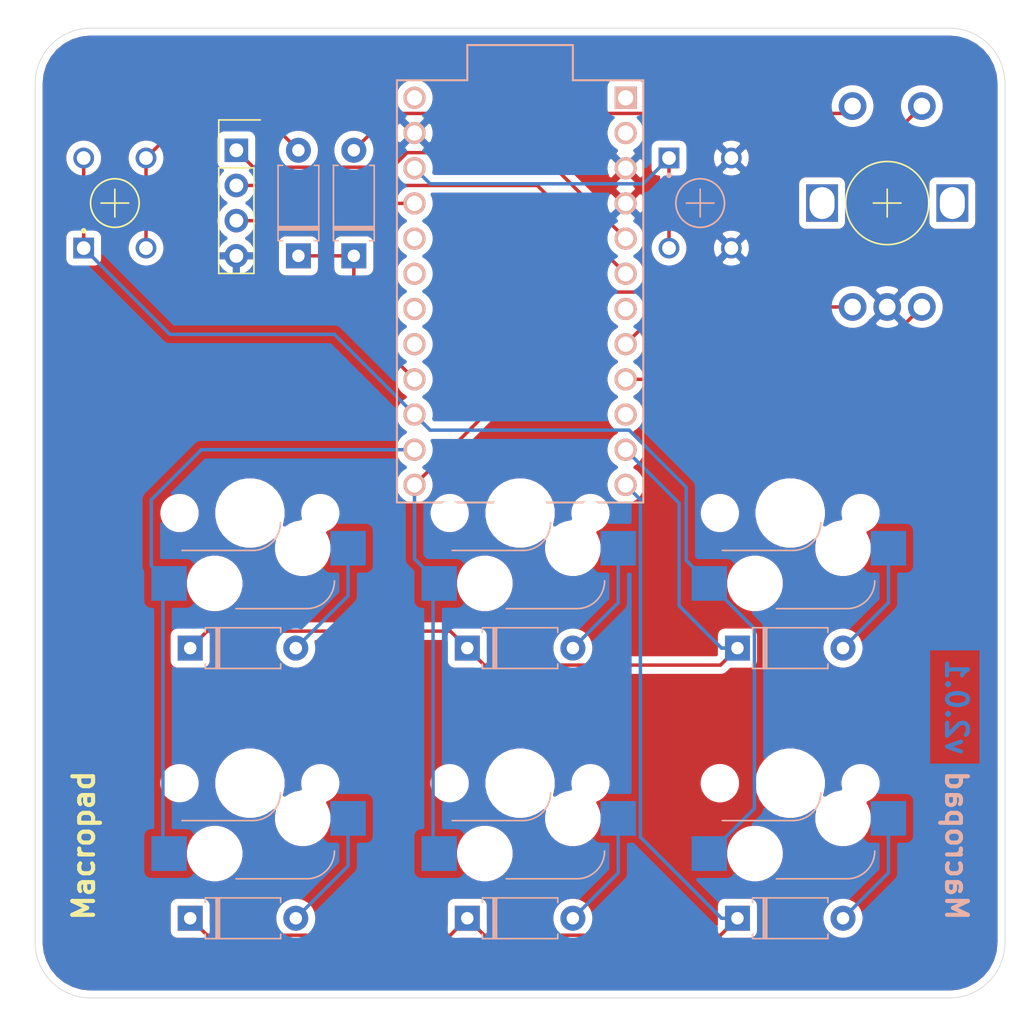
<source format=kicad_pcb>
(kicad_pcb (version 20171130) (host pcbnew 5.1.9-73d0e3b20d~88~ubuntu20.10.1)
  (layers (0 F.Cu signal) (31 B.Cu signal) (34 B.Paste user hide) (35 F.Paste user hide) (36 B.SilkS user) (37 F.SilkS user) (38 B.Mask user) (39 F.Mask user) (44 Edge.Cuts user))
  (net 0 "")
  (net 1 "Net-(D1-Pad2)")
  (net 2 Row_0)
  (net 3 "Net-(D2-Pad2)")
  (net 4 "Net-(D3-Pad2)")
  (net 5 Row_1)
  (net 6 "Net-(D4-Pad2)")
  (net 7 "Net-(D5-Pad2)")
  (net 8 "Net-(D6-Pad2)")
  (net 9 Row_Extra)
  (net 10 Encoder_S1)
  (net 11 "Net-(D8-Pad2)")
  (net 12 GND)
  (net 13 VCC)
  (net 14 "Net-(J1-Pad2)")
  (net 15 "Net-(J1-Pad1)")
  (net 16 Col_0)
  (net 17 Col_1)
  (net 18 Col_2)
  (net 19 "Net-(U1-Pad1)")
  (net 20 "Net-(U1-Pad2)")
  (net 21 "Net-(U1-Pad17)")
  (net 22 "Net-(U1-Pad18)")
  (net 23 "Net-(U1-Pad19)")
  (net 24 "Net-(U1-Pad20)")
  (net 25 "Net-(SW9-Pad1)")
  (net 26 "Net-(U1-Pad24)")
  (net 27 Encoder_A)
  (net 28 Encoder_B)
  (net 29 "Net-(U1-Pad7)")
  (net 30 "Net-(U1-Pad10)")
  (module promicro:ProMicro (layer B.Cu) (at 35 19 270)
    (fp_text reference U1 hide)
    (fp_text value ProMicro)
    (fp_line (start 15.24 8.89) (end 15.24 -8.89) (layer B.SilkS) (width 0.15))
    (fp_line (start -15.24 8.89) (end 15.24 8.89) (layer B.SilkS) (width 0.15))
    (fp_line (start -15.24 3.81) (end -15.24 8.89) (layer B.SilkS) (width 0.15))
    (fp_line (start -17.78 3.81) (end -15.24 3.81) (layer B.SilkS) (width 0.15))
    (fp_line (start -17.78 -3.81) (end -17.78 3.81) (layer B.SilkS) (width 0.15))
    (fp_line (start -15.24 -3.81) (end -17.78 -3.81) (layer B.SilkS) (width 0.15))
    (fp_line (start -15.24 -8.89) (end -15.24 -3.81) (layer B.SilkS) (width 0.15))
    (fp_line (start -15.24 -8.89) (end 15.24 -8.89) (layer B.SilkS) (width 0.15))
    (pad 1 thru_hole rect (at -13.97 -7.62 270) (size 1.6 1.6) (drill 1.1) (layers *.Cu *.Mask B.SilkS) (net 19 "Net-(U1-Pad1)"))
    (pad 2 thru_hole circle (at -11.43 -7.62 270) (size 1.6 1.6) (drill 1.1) (layers *.Cu *.Mask B.SilkS) (net 20 "Net-(U1-Pad2)"))
    (pad 3 thru_hole circle (at -8.89 -7.62 270) (size 1.6 1.6) (drill 1.1) (layers *.Cu *.Mask B.SilkS) (net 12 GND))
    (pad 4 thru_hole circle (at -6.35 -7.62 270) (size 1.6 1.6) (drill 1.1) (layers *.Cu *.Mask B.SilkS) (net 12 GND))
    (pad 5 thru_hole circle (at -3.81 -7.62 270) (size 1.6 1.6) (drill 1.1) (layers *.Cu *.Mask B.SilkS) (net 15 "Net-(J1-Pad1)"))
    (pad 6 thru_hole circle (at -1.27 -7.62 270) (size 1.6 1.6) (drill 1.1) (layers *.Cu *.Mask B.SilkS) (net 14 "Net-(J1-Pad2)"))
    (pad 7 thru_hole circle (at 1.27 -7.62 270) (size 1.6 1.6) (drill 1.1) (layers *.Cu *.Mask B.SilkS) (net 29 "Net-(U1-Pad7)"))
    (pad 8 thru_hole circle (at 3.81 -7.62 270) (size 1.6 1.6) (drill 1.1) (layers *.Cu *.Mask B.SilkS) (net 27 Encoder_A))
    (pad 9 thru_hole circle (at 6.35 -7.62 270) (size 1.6 1.6) (drill 1.1) (layers *.Cu *.Mask B.SilkS) (net 28 Encoder_B))
    (pad 10 thru_hole circle (at 8.89 -7.62 270) (size 1.6 1.6) (drill 1.1) (layers *.Cu *.Mask B.SilkS) (net 30 "Net-(U1-Pad10)"))
    (pad 11 thru_hole circle (at 11.43 -7.62 270) (size 1.6 1.6) (drill 1.1) (layers *.Cu *.Mask B.SilkS) (net 2 Row_0))
    (pad 12 thru_hole circle (at 13.97 -7.62 270) (size 1.6 1.6) (drill 1.1) (layers *.Cu *.Mask B.SilkS) (net 5 Row_1))
    (pad 13 thru_hole circle (at 13.97 7.62 270) (size 1.6 1.6) (drill 1.1) (layers *.Cu *.Mask B.SilkS) (net 17 Col_1))
    (pad 14 thru_hole circle (at 11.43 7.62 270) (size 1.6 1.6) (drill 1.1) (layers *.Cu *.Mask B.SilkS) (net 16 Col_0))
    (pad 15 thru_hole circle (at 8.89 7.62 270) (size 1.6 1.6) (drill 1.1) (layers *.Cu *.Mask B.SilkS) (net 18 Col_2))
    (pad 16 thru_hole circle (at 6.35 7.62 270) (size 1.6 1.6) (drill 1.1) (layers *.Cu *.Mask B.SilkS) (net 9 Row_Extra))
    (pad 17 thru_hole circle (at 3.81 7.62 270) (size 1.6 1.6) (drill 1.1) (layers *.Cu *.Mask B.SilkS) (net 21 "Net-(U1-Pad17)"))
    (pad 18 thru_hole circle (at 1.27 7.62 270) (size 1.6 1.6) (drill 1.1) (layers *.Cu *.Mask B.SilkS) (net 22 "Net-(U1-Pad18)"))
    (pad 19 thru_hole circle (at -1.27 7.62 270) (size 1.6 1.6) (drill 1.1) (layers *.Cu *.Mask B.SilkS) (net 23 "Net-(U1-Pad19)"))
    (pad 20 thru_hole circle (at -3.81 7.62 270) (size 1.6 1.6) (drill 1.1) (layers *.Cu *.Mask B.SilkS) (net 24 "Net-(U1-Pad20)"))
    (pad 21 thru_hole circle (at -6.35 7.62 270) (size 1.6 1.6) (drill 1.1) (layers *.Cu *.Mask B.SilkS) (net 13 VCC))
    (pad 22 thru_hole circle (at -8.89 7.62 270) (size 1.6 1.6) (drill 1.1) (layers *.Cu *.Mask B.SilkS) (net 25 "Net-(SW9-Pad1)"))
    (pad 23 thru_hole circle (at -11.43 7.62 270) (size 1.6 1.6) (drill 1.1) (layers *.Cu *.Mask B.SilkS) (net 12 GND))
    (pad 24 thru_hole circle (at -13.97 7.62 270) (size 1.6 1.6) (drill 1.1) (layers *.Cu *.Mask B.SilkS) (net 26 "Net-(U1-Pad24)"))
  )
  (module Gauntface:ACZ11BRXE (layer F.Cu) (at 61.5 12.625)
    (fp_text reference SW7 hide)
    (fp_text value Rotary_Encoder_Switch)
    (fp_line (start 1 0) (end -1 0) (layer F.SilkS) (width 0.12))
    (fp_line (start 0 -1) (end 0 1) (layer F.SilkS) (width 0.12))
    (fp_circle (center 0 0) (end 3 0) (layer F.SilkS) (width 0.12))
    (pad MP thru_hole rect (at 4.7 0) (size 2.3 2.7) (drill oval 1.8 2.3) (layers *.Cu *.Mask))
    (pad MP thru_hole rect (at -4.7 0) (size 2.3 2.7) (drill oval 1.8 2.3) (layers *.Cu *.Mask))
    (pad A thru_hole circle (at -2.5 7.5) (size 2 2) (drill 1.2) (layers *.Cu *.Mask) (net 27 Encoder_A))
    (pad C thru_hole circle (at 0 7.5) (size 2 2) (drill 1.2) (layers *.Cu *.Mask) (net 12 GND))
    (pad B thru_hole circle (at 2.5 7.5) (size 2 2) (drill 1.2) (layers *.Cu *.Mask) (net 28 Encoder_B))
    (pad S1 thru_hole circle (at -2.5 -7) (size 2 2) (drill 1.2) (layers *.Cu *.Mask) (net 10 Encoder_S1))
    (pad S2 thru_hole circle (at 2.5 -7) (size 2 2) (drill 1.2) (layers *.Cu *.Mask) (net 17 Col_1))
  )
  (module Button_1825910-6:SW_1825910-6-4 (layer B.Cu) (at 48 12.625 270)
    (fp_text reference SW9 hide)
    (fp_text value Reset_Btn)
    (fp_line (start -1 0) (end 1 0) (layer B.SilkS) (width 0.12))
    (fp_line (start 0 1) (end 0 -1) (layer B.SilkS) (width 0.12))
    (fp_circle (center 0 0) (end 1.755 0) (layer B.SilkS) (width 0.127))
    (fp_circle (center -2 2.25) (end -1.9 2.25) (layer B.SilkS) (width 0.2))
    (pad 2 thru_hole circle (at 3.25 2.25 270) (size 1.498 1.498) (drill 0.99) (layers *.Cu *.Mask) (net 25 "Net-(SW9-Pad1)"))
    (pad 4 thru_hole circle (at 3.25 -2.25 270) (size 1.498 1.498) (drill 0.99) (layers *.Cu *.Mask) (net 12 GND))
    (pad 1 thru_hole rect (at -3.25 2.25 270) (size 1.498 1.498) (drill 0.99) (layers *.Cu *.Mask) (net 25 "Net-(SW9-Pad1)"))
    (pad 3 thru_hole circle (at -3.25 -2.25 270) (size 1.498 1.498) (drill 0.99) (layers *.Cu *.Mask) (net 12 GND))
  )
  (module Button_1825910-6:SW_1825910-6-4 (layer F.Cu) (at 5.75 12.625 90)
    (fp_text reference SW8 hide)
    (fp_text value Layer_Btn)
    (fp_line (start -1 0) (end 1 0) (layer F.SilkS) (width 0.12))
    (fp_line (start 0 -1) (end 0 1) (layer F.SilkS) (width 0.12))
    (fp_circle (center 0 0) (end 1.755 0) (layer F.SilkS) (width 0.127))
    (fp_circle (center -2 -2.25) (end -1.9 -2.25) (layer F.SilkS) (width 0.2))
    (pad 2 thru_hole circle (at 3.25 -2.25 90) (size 1.498 1.498) (drill 0.99) (layers *.Cu *.Mask) (net 18 Col_2))
    (pad 4 thru_hole circle (at 3.25 2.25 90) (size 1.498 1.498) (drill 0.99) (layers *.Cu *.Mask) (net 11 "Net-(D8-Pad2)"))
    (pad 1 thru_hole rect (at -3.25 -2.25 90) (size 1.498 1.498) (drill 0.99) (layers *.Cu *.Mask) (net 18 Col_2))
    (pad 3 thru_hole circle (at -3.25 2.25 90) (size 1.498 1.498) (drill 0.99) (layers *.Cu *.Mask) (net 11 "Net-(D8-Pad2)"))
  )
  (module Diode_THT:D_A-405_P7.62mm_Horizontal (layer B.Cu) (at 11.19 44.75)
    (fp_text reference D1 hide)
    (fp_text value D)
    (fp_line (start 1.09 1.14) (end 1.09 1.47) (layer B.SilkS) (width 0.12))
    (fp_line (start 1.09 1.47) (end 6.53 1.47) (layer B.SilkS) (width 0.12))
    (fp_line (start 6.53 1.47) (end 6.53 1.14) (layer B.SilkS) (width 0.12))
    (fp_line (start 1.09 -1.14) (end 1.09 -1.47) (layer B.SilkS) (width 0.12))
    (fp_line (start 1.09 -1.47) (end 6.53 -1.47) (layer B.SilkS) (width 0.12))
    (fp_line (start 6.53 -1.47) (end 6.53 -1.14) (layer B.SilkS) (width 0.12))
    (fp_line (start 1.99 1.47) (end 1.99 -1.47) (layer B.SilkS) (width 0.12))
    (fp_line (start 2.11 1.47) (end 2.11 -1.47) (layer B.SilkS) (width 0.12))
    (fp_line (start 1.87 1.47) (end 1.87 -1.47) (layer B.SilkS) (width 0.12))
    (pad 2 thru_hole oval (at 7.62 0) (size 1.8 1.8) (drill 0.9) (layers *.Cu *.Mask) (net 1 "Net-(D1-Pad2)"))
    (pad 1 thru_hole rect (at 0 0) (size 1.8 1.8) (drill 0.9) (layers *.Cu *.Mask) (net 2 Row_0))
  )
  (module Diode_THT:D_A-405_P7.62mm_Horizontal (layer B.Cu) (at 31.19 44.75)
    (fp_text reference D2 hide)
    (fp_text value D)
    (fp_line (start 1.87 1.47) (end 1.87 -1.47) (layer B.SilkS) (width 0.12))
    (fp_line (start 2.11 1.47) (end 2.11 -1.47) (layer B.SilkS) (width 0.12))
    (fp_line (start 1.99 1.47) (end 1.99 -1.47) (layer B.SilkS) (width 0.12))
    (fp_line (start 6.53 -1.47) (end 6.53 -1.14) (layer B.SilkS) (width 0.12))
    (fp_line (start 1.09 -1.47) (end 6.53 -1.47) (layer B.SilkS) (width 0.12))
    (fp_line (start 1.09 -1.14) (end 1.09 -1.47) (layer B.SilkS) (width 0.12))
    (fp_line (start 6.53 1.47) (end 6.53 1.14) (layer B.SilkS) (width 0.12))
    (fp_line (start 1.09 1.47) (end 6.53 1.47) (layer B.SilkS) (width 0.12))
    (fp_line (start 1.09 1.14) (end 1.09 1.47) (layer B.SilkS) (width 0.12))
    (pad 1 thru_hole rect (at 0 0) (size 1.8 1.8) (drill 0.9) (layers *.Cu *.Mask) (net 2 Row_0))
    (pad 2 thru_hole oval (at 7.62 0) (size 1.8 1.8) (drill 0.9) (layers *.Cu *.Mask) (net 3 "Net-(D2-Pad2)"))
  )
  (module Diode_THT:D_A-405_P7.62mm_Horizontal (layer B.Cu) (at 50.69 44.75)
    (fp_text reference D3 hide)
    (fp_text value D)
    (fp_line (start 1.09 1.14) (end 1.09 1.47) (layer B.SilkS) (width 0.12))
    (fp_line (start 1.09 1.47) (end 6.53 1.47) (layer B.SilkS) (width 0.12))
    (fp_line (start 6.53 1.47) (end 6.53 1.14) (layer B.SilkS) (width 0.12))
    (fp_line (start 1.09 -1.14) (end 1.09 -1.47) (layer B.SilkS) (width 0.12))
    (fp_line (start 1.09 -1.47) (end 6.53 -1.47) (layer B.SilkS) (width 0.12))
    (fp_line (start 6.53 -1.47) (end 6.53 -1.14) (layer B.SilkS) (width 0.12))
    (fp_line (start 1.99 1.47) (end 1.99 -1.47) (layer B.SilkS) (width 0.12))
    (fp_line (start 2.11 1.47) (end 2.11 -1.47) (layer B.SilkS) (width 0.12))
    (fp_line (start 1.87 1.47) (end 1.87 -1.47) (layer B.SilkS) (width 0.12))
    (pad 2 thru_hole oval (at 7.62 0) (size 1.8 1.8) (drill 0.9) (layers *.Cu *.Mask) (net 4 "Net-(D3-Pad2)"))
    (pad 1 thru_hole rect (at 0 0) (size 1.8 1.8) (drill 0.9) (layers *.Cu *.Mask) (net 2 Row_0))
  )
  (module Diode_THT:D_A-405_P7.62mm_Horizontal (layer B.Cu) (at 11.19 64.25)
    (fp_text reference D4 hide)
    (fp_text value D)
    (fp_line (start 1.87 1.47) (end 1.87 -1.47) (layer B.SilkS) (width 0.12))
    (fp_line (start 2.11 1.47) (end 2.11 -1.47) (layer B.SilkS) (width 0.12))
    (fp_line (start 1.99 1.47) (end 1.99 -1.47) (layer B.SilkS) (width 0.12))
    (fp_line (start 6.53 -1.47) (end 6.53 -1.14) (layer B.SilkS) (width 0.12))
    (fp_line (start 1.09 -1.47) (end 6.53 -1.47) (layer B.SilkS) (width 0.12))
    (fp_line (start 1.09 -1.14) (end 1.09 -1.47) (layer B.SilkS) (width 0.12))
    (fp_line (start 6.53 1.47) (end 6.53 1.14) (layer B.SilkS) (width 0.12))
    (fp_line (start 1.09 1.47) (end 6.53 1.47) (layer B.SilkS) (width 0.12))
    (fp_line (start 1.09 1.14) (end 1.09 1.47) (layer B.SilkS) (width 0.12))
    (pad 1 thru_hole rect (at 0 0) (size 1.8 1.8) (drill 0.9) (layers *.Cu *.Mask) (net 5 Row_1))
    (pad 2 thru_hole oval (at 7.62 0) (size 1.8 1.8) (drill 0.9) (layers *.Cu *.Mask) (net 6 "Net-(D4-Pad2)"))
  )
  (module Diode_THT:D_A-405_P7.62mm_Horizontal (layer B.Cu) (at 31.19 64.25)
    (fp_text reference D5 hide)
    (fp_text value D)
    (fp_line (start 1.87 1.47) (end 1.87 -1.47) (layer B.SilkS) (width 0.12))
    (fp_line (start 2.11 1.47) (end 2.11 -1.47) (layer B.SilkS) (width 0.12))
    (fp_line (start 1.99 1.47) (end 1.99 -1.47) (layer B.SilkS) (width 0.12))
    (fp_line (start 6.53 -1.47) (end 6.53 -1.14) (layer B.SilkS) (width 0.12))
    (fp_line (start 1.09 -1.47) (end 6.53 -1.47) (layer B.SilkS) (width 0.12))
    (fp_line (start 1.09 -1.14) (end 1.09 -1.47) (layer B.SilkS) (width 0.12))
    (fp_line (start 6.53 1.47) (end 6.53 1.14) (layer B.SilkS) (width 0.12))
    (fp_line (start 1.09 1.47) (end 6.53 1.47) (layer B.SilkS) (width 0.12))
    (fp_line (start 1.09 1.14) (end 1.09 1.47) (layer B.SilkS) (width 0.12))
    (pad 1 thru_hole rect (at 0 0) (size 1.8 1.8) (drill 0.9) (layers *.Cu *.Mask) (net 5 Row_1))
    (pad 2 thru_hole oval (at 7.62 0) (size 1.8 1.8) (drill 0.9) (layers *.Cu *.Mask) (net 7 "Net-(D5-Pad2)"))
  )
  (module Diode_THT:D_A-405_P7.62mm_Horizontal (layer B.Cu) (at 50.69 64.25)
    (fp_text reference D6 hide)
    (fp_text value D)
    (fp_line (start 1.09 1.14) (end 1.09 1.47) (layer B.SilkS) (width 0.12))
    (fp_line (start 1.09 1.47) (end 6.53 1.47) (layer B.SilkS) (width 0.12))
    (fp_line (start 6.53 1.47) (end 6.53 1.14) (layer B.SilkS) (width 0.12))
    (fp_line (start 1.09 -1.14) (end 1.09 -1.47) (layer B.SilkS) (width 0.12))
    (fp_line (start 1.09 -1.47) (end 6.53 -1.47) (layer B.SilkS) (width 0.12))
    (fp_line (start 6.53 -1.47) (end 6.53 -1.14) (layer B.SilkS) (width 0.12))
    (fp_line (start 1.99 1.47) (end 1.99 -1.47) (layer B.SilkS) (width 0.12))
    (fp_line (start 2.11 1.47) (end 2.11 -1.47) (layer B.SilkS) (width 0.12))
    (fp_line (start 1.87 1.47) (end 1.87 -1.47) (layer B.SilkS) (width 0.12))
    (pad 2 thru_hole oval (at 7.62 0) (size 1.8 1.8) (drill 0.9) (layers *.Cu *.Mask) (net 8 "Net-(D6-Pad2)"))
    (pad 1 thru_hole rect (at 0 0) (size 1.8 1.8) (drill 0.9) (layers *.Cu *.Mask) (net 5 Row_1))
  )
  (module Diode_THT:D_A-405_P7.62mm_Horizontal (layer B.Cu) (at 23 16.435 90)
    (fp_text reference D7 hide)
    (fp_text value D)
    (fp_line (start 1.87 1.47) (end 1.87 -1.47) (layer B.SilkS) (width 0.12))
    (fp_line (start 2.11 1.47) (end 2.11 -1.47) (layer B.SilkS) (width 0.12))
    (fp_line (start 1.99 1.47) (end 1.99 -1.47) (layer B.SilkS) (width 0.12))
    (fp_line (start 6.53 -1.47) (end 6.53 -1.14) (layer B.SilkS) (width 0.12))
    (fp_line (start 1.09 -1.47) (end 6.53 -1.47) (layer B.SilkS) (width 0.12))
    (fp_line (start 1.09 -1.14) (end 1.09 -1.47) (layer B.SilkS) (width 0.12))
    (fp_line (start 6.53 1.47) (end 6.53 1.14) (layer B.SilkS) (width 0.12))
    (fp_line (start 1.09 1.47) (end 6.53 1.47) (layer B.SilkS) (width 0.12))
    (fp_line (start 1.09 1.14) (end 1.09 1.47) (layer B.SilkS) (width 0.12))
    (pad 1 thru_hole rect (at 0 0 90) (size 1.8 1.8) (drill 0.9) (layers *.Cu *.Mask) (net 9 Row_Extra))
    (pad 2 thru_hole oval (at 7.62 0 90) (size 1.8 1.8) (drill 0.9) (layers *.Cu *.Mask) (net 10 Encoder_S1))
  )
  (module Diode_THT:D_A-405_P7.62mm_Horizontal (layer B.Cu) (at 19 16.435 90)
    (fp_text reference D8 hide)
    (fp_text value D)
    (fp_line (start 1.09 1.14) (end 1.09 1.47) (layer B.SilkS) (width 0.12))
    (fp_line (start 1.09 1.47) (end 6.53 1.47) (layer B.SilkS) (width 0.12))
    (fp_line (start 6.53 1.47) (end 6.53 1.14) (layer B.SilkS) (width 0.12))
    (fp_line (start 1.09 -1.14) (end 1.09 -1.47) (layer B.SilkS) (width 0.12))
    (fp_line (start 1.09 -1.47) (end 6.53 -1.47) (layer B.SilkS) (width 0.12))
    (fp_line (start 6.53 -1.47) (end 6.53 -1.14) (layer B.SilkS) (width 0.12))
    (fp_line (start 1.99 1.47) (end 1.99 -1.47) (layer B.SilkS) (width 0.12))
    (fp_line (start 2.11 1.47) (end 2.11 -1.47) (layer B.SilkS) (width 0.12))
    (fp_line (start 1.87 1.47) (end 1.87 -1.47) (layer B.SilkS) (width 0.12))
    (pad 2 thru_hole oval (at 7.62 0 90) (size 1.8 1.8) (drill 0.9) (layers *.Cu *.Mask) (net 11 "Net-(D8-Pad2)"))
    (pad 1 thru_hole rect (at 0 0 90) (size 1.8 1.8) (drill 0.9) (layers *.Cu *.Mask) (net 9 Row_Extra))
  )
  (module Gauntface:Screen_38x12mm_JMD0_91_a (layer F.Cu) (at 32.25 12.625)
    (fp_text reference J1 hide)
    (fp_text value Conn_01x04_Male)
    (fp_line (start -19 -2.54) (end -16.46 -2.54) (layer F.SilkS) (width 0.12))
    (fp_line (start -16.46 -2.54) (end -16.46 5.08) (layer F.SilkS) (width 0.12))
    (fp_line (start -19 -2.54) (end -19 5.08) (layer F.SilkS) (width 0.12))
    (fp_line (start -19 5.08) (end -16.46 5.08) (layer F.SilkS) (width 0.12))
    (fp_line (start -19 -6) (end -16 -6) (layer F.SilkS) (width 0.12))
    (fp_line (start -19 -6) (end -19 -3) (layer F.SilkS) (width 0.12))
    (pad 4 thru_hole oval (at -17.73 3.81) (size 1.7 1.7) (drill 1) (layers *.Cu *.Mask) (net 12 GND))
    (pad 3 thru_hole oval (at -17.73 1.27 90) (size 1.7 1.7) (drill 1) (layers *.Cu *.Mask) (net 13 VCC))
    (pad 2 thru_hole oval (at -17.73 -1.27) (size 1.7 1.7) (drill 1) (layers *.Cu *.Mask) (net 14 "Net-(J1-Pad2)"))
    (pad 1 thru_hole rect (at -17.73 -3.81) (size 1.7 1.7) (drill 1) (layers *.Cu *.Mask) (net 15 "Net-(J1-Pad1)"))
  )
  (module Switch_Keyboard_Kailh:SW_Hotswap_Kailh (layer F.Cu) (at 15.5 35 180)
    (fp_text reference SW1 hide)
    (fp_text value Key_1)
    (fp_line (start -0.2 -2.7) (end 4.9 -2.7) (layer B.SilkS) (width 0.12))
    (fp_line (start -4.1 -6.9) (end 1 -6.9) (layer B.SilkS) (width 0.12))
    (fp_arc (start -0.2 -0.7) (end -0.2 -2.7) (angle -90) (layer B.SilkS) (width 0.12))
    (fp_arc (start -4.1 -4.9) (end -4.1 -6.9) (angle -90) (layer B.SilkS) (width 0.12))
    (pad 2 smd rect (at 5.842 -5.08 180) (size 2.55 2.5) (layers B.Cu B.Paste B.Mask) (net 16 Col_0))
    (pad 1 smd rect (at -7.085 -2.54 180) (size 2.55 2.5) (layers B.Cu B.Paste B.Mask) (net 1 "Net-(D1-Pad2)"))
    (pad "" np_thru_hole circle (at 5.08 0 180) (size 1.75 1.75) (drill 1.75) (layers *.Cu *.Mask))
    (pad "" np_thru_hole circle (at -5.08 0 180) (size 1.75 1.75) (drill 1.75) (layers *.Cu *.Mask))
    (pad "" np_thru_hole circle (at 0 0 180) (size 4 4) (drill 4) (layers *.Cu *.Mask))
    (pad "" np_thru_hole circle (at 2.54 -5.08 180) (size 3 3) (drill 3) (layers *.Cu *.Mask))
    (pad "" np_thru_hole circle (at -3.81 -2.54 180) (size 3 3) (drill 3) (layers *.Cu *.Mask))
  )
  (module Switch_Keyboard_Kailh:SW_Hotswap_Kailh (layer F.Cu) (at 35 35 180)
    (fp_text reference SW2 hide)
    (fp_text value Key_2)
    (fp_line (start -4.1 -6.9) (end 1 -6.9) (layer B.SilkS) (width 0.12))
    (fp_line (start -0.2 -2.7) (end 4.9 -2.7) (layer B.SilkS) (width 0.12))
    (fp_arc (start -4.1 -4.9) (end -4.1 -6.9) (angle -90) (layer B.SilkS) (width 0.12))
    (fp_arc (start -0.2 -0.7) (end -0.2 -2.7) (angle -90) (layer B.SilkS) (width 0.12))
    (pad "" np_thru_hole circle (at -3.81 -2.54 180) (size 3 3) (drill 3) (layers *.Cu *.Mask))
    (pad "" np_thru_hole circle (at 2.54 -5.08 180) (size 3 3) (drill 3) (layers *.Cu *.Mask))
    (pad "" np_thru_hole circle (at 0 0 180) (size 4 4) (drill 4) (layers *.Cu *.Mask))
    (pad "" np_thru_hole circle (at -5.08 0 180) (size 1.75 1.75) (drill 1.75) (layers *.Cu *.Mask))
    (pad "" np_thru_hole circle (at 5.08 0 180) (size 1.75 1.75) (drill 1.75) (layers *.Cu *.Mask))
    (pad 1 smd rect (at -7.085 -2.54 180) (size 2.55 2.5) (layers B.Cu B.Paste B.Mask) (net 3 "Net-(D2-Pad2)"))
    (pad 2 smd rect (at 5.842 -5.08 180) (size 2.55 2.5) (layers B.Cu B.Paste B.Mask) (net 17 Col_1))
  )
  (module Switch_Keyboard_Kailh:SW_Hotswap_Kailh (layer F.Cu) (at 54.5 35 180)
    (fp_text reference SW3 hide)
    (fp_text value Key_3)
    (fp_line (start -4.1 -6.9) (end 1 -6.9) (layer B.SilkS) (width 0.12))
    (fp_line (start -0.2 -2.7) (end 4.9 -2.7) (layer B.SilkS) (width 0.12))
    (fp_arc (start -4.1 -4.9) (end -4.1 -6.9) (angle -90) (layer B.SilkS) (width 0.12))
    (fp_arc (start -0.2 -0.7) (end -0.2 -2.7) (angle -90) (layer B.SilkS) (width 0.12))
    (pad "" np_thru_hole circle (at -3.81 -2.54 180) (size 3 3) (drill 3) (layers *.Cu *.Mask))
    (pad "" np_thru_hole circle (at 2.54 -5.08 180) (size 3 3) (drill 3) (layers *.Cu *.Mask))
    (pad "" np_thru_hole circle (at 0 0 180) (size 4 4) (drill 4) (layers *.Cu *.Mask))
    (pad "" np_thru_hole circle (at -5.08 0 180) (size 1.75 1.75) (drill 1.75) (layers *.Cu *.Mask))
    (pad "" np_thru_hole circle (at 5.08 0 180) (size 1.75 1.75) (drill 1.75) (layers *.Cu *.Mask))
    (pad 1 smd rect (at -7.085 -2.54 180) (size 2.55 2.5) (layers B.Cu B.Paste B.Mask) (net 4 "Net-(D3-Pad2)"))
    (pad 2 smd rect (at 5.842 -5.08 180) (size 2.55 2.5) (layers B.Cu B.Paste B.Mask) (net 18 Col_2))
  )
  (module Switch_Keyboard_Kailh:SW_Hotswap_Kailh (layer F.Cu) (at 15.5 54.5 180)
    (fp_text reference SW4 hide)
    (fp_text value Key_4)
    (fp_line (start -0.2 -2.7) (end 4.9 -2.7) (layer B.SilkS) (width 0.12))
    (fp_line (start -4.1 -6.9) (end 1 -6.9) (layer B.SilkS) (width 0.12))
    (fp_arc (start -0.2 -0.7) (end -0.2 -2.7) (angle -90) (layer B.SilkS) (width 0.12))
    (fp_arc (start -4.1 -4.9) (end -4.1 -6.9) (angle -90) (layer B.SilkS) (width 0.12))
    (pad 2 smd rect (at 5.842 -5.08 180) (size 2.55 2.5) (layers B.Cu B.Paste B.Mask) (net 16 Col_0))
    (pad 1 smd rect (at -7.085 -2.54 180) (size 2.55 2.5) (layers B.Cu B.Paste B.Mask) (net 6 "Net-(D4-Pad2)"))
    (pad "" np_thru_hole circle (at 5.08 0 180) (size 1.75 1.75) (drill 1.75) (layers *.Cu *.Mask))
    (pad "" np_thru_hole circle (at -5.08 0 180) (size 1.75 1.75) (drill 1.75) (layers *.Cu *.Mask))
    (pad "" np_thru_hole circle (at 0 0 180) (size 4 4) (drill 4) (layers *.Cu *.Mask))
    (pad "" np_thru_hole circle (at 2.54 -5.08 180) (size 3 3) (drill 3) (layers *.Cu *.Mask))
    (pad "" np_thru_hole circle (at -3.81 -2.54 180) (size 3 3) (drill 3) (layers *.Cu *.Mask))
  )
  (module Switch_Keyboard_Kailh:SW_Hotswap_Kailh (layer F.Cu) (at 35 54.5 180)
    (fp_text reference SW5 hide)
    (fp_text value Key_5)
    (fp_line (start -4.1 -6.9) (end 1 -6.9) (layer B.SilkS) (width 0.12))
    (fp_line (start -0.2 -2.7) (end 4.9 -2.7) (layer B.SilkS) (width 0.12))
    (fp_arc (start -4.1 -4.9) (end -4.1 -6.9) (angle -90) (layer B.SilkS) (width 0.12))
    (fp_arc (start -0.2 -0.7) (end -0.2 -2.7) (angle -90) (layer B.SilkS) (width 0.12))
    (pad "" np_thru_hole circle (at -3.81 -2.54 180) (size 3 3) (drill 3) (layers *.Cu *.Mask))
    (pad "" np_thru_hole circle (at 2.54 -5.08 180) (size 3 3) (drill 3) (layers *.Cu *.Mask))
    (pad "" np_thru_hole circle (at 0 0 180) (size 4 4) (drill 4) (layers *.Cu *.Mask))
    (pad "" np_thru_hole circle (at -5.08 0 180) (size 1.75 1.75) (drill 1.75) (layers *.Cu *.Mask))
    (pad "" np_thru_hole circle (at 5.08 0 180) (size 1.75 1.75) (drill 1.75) (layers *.Cu *.Mask))
    (pad 1 smd rect (at -7.085 -2.54 180) (size 2.55 2.5) (layers B.Cu B.Paste B.Mask) (net 7 "Net-(D5-Pad2)"))
    (pad 2 smd rect (at 5.842 -5.08 180) (size 2.55 2.5) (layers B.Cu B.Paste B.Mask) (net 17 Col_1))
  )
  (module Switch_Keyboard_Kailh:SW_Hotswap_Kailh (layer F.Cu) (at 54.5 54.5 180)
    (fp_text reference SW6 hide)
    (fp_text value Key_6)
    (fp_line (start -0.2 -2.7) (end 4.9 -2.7) (layer B.SilkS) (width 0.12))
    (fp_line (start -4.1 -6.9) (end 1 -6.9) (layer B.SilkS) (width 0.12))
    (fp_arc (start -0.2 -0.7) (end -0.2 -2.7) (angle -90) (layer B.SilkS) (width 0.12))
    (fp_arc (start -4.1 -4.9) (end -4.1 -6.9) (angle -90) (layer B.SilkS) (width 0.12))
    (pad 2 smd rect (at 5.842 -5.08 180) (size 2.55 2.5) (layers B.Cu B.Paste B.Mask) (net 18 Col_2))
    (pad 1 smd rect (at -7.085 -2.54 180) (size 2.55 2.5) (layers B.Cu B.Paste B.Mask) (net 8 "Net-(D6-Pad2)"))
    (pad "" np_thru_hole circle (at 5.08 0 180) (size 1.75 1.75) (drill 1.75) (layers *.Cu *.Mask))
    (pad "" np_thru_hole circle (at -5.08 0 180) (size 1.75 1.75) (drill 1.75) (layers *.Cu *.Mask))
    (pad "" np_thru_hole circle (at 0 0 180) (size 4 4) (drill 4) (layers *.Cu *.Mask))
    (pad "" np_thru_hole circle (at 2.54 -5.08 180) (size 3 3) (drill 3) (layers *.Cu *.Mask))
    (pad "" np_thru_hole circle (at -3.81 -2.54 180) (size 3 3) (drill 3) (layers *.Cu *.Mask))
  )
  (gr_text v2.0.1 (at 66.5 49 -90) (layer B.Cu) (effects (font (size 1.5 1.5) (thickness 0.3)) (justify mirror)))
  (gr_text Macropad (at 66.5 59 -90) (layer B.SilkS) (effects (font (size 1.5 1.5) (thickness 0.3)) (justify mirror)))
  (gr_text v2.0.1 (at 3.5 49 90) (layer F.Cu) (effects (font (size 1.5 1.5) (thickness 0.3))))
  (gr_text Macropad (at 3.5 59 90) (layer F.SilkS) (effects (font (size 1.5 1.5) (thickness 0.3))))
  (gr_arc (start 4 66) (end 4 70) (angle 90) (layer Edge.Cuts) (width 0.05))
  (gr_arc (start 66 66) (end 70 66) (angle 90) (layer Edge.Cuts) (width 0.05))
  (gr_arc (start 66 4) (end 66 0) (angle 90) (layer Edge.Cuts) (width 0.05))
  (gr_arc (start 4 4) (end 0 4) (angle 90) (layer Edge.Cuts) (width 0.05))
  (gr_line (start 4 0) (end 66 0) (layer Edge.Cuts) (width 0.05))
  (gr_line (start 70 4) (end 70 66) (layer Edge.Cuts) (width 0.05))
  (gr_line (start 4 70) (end 66 70) (layer Edge.Cuts) (width 0.05))
  (gr_line (start 0 4) (end 0 66) (layer Edge.Cuts) (width 0.05))
  (segment (start 22.585 40.975) (end 18.81 44.75) (width 0.25) (layer B.Cu) (net 1))
  (segment (start 22.585 37.54) (end 22.585 40.975) (width 0.25) (layer B.Cu) (net 1))
  (segment (start 42.62 30.43) (end 46.48 34.29) (width 0.25) (layer B.Cu) (net 2))
  (segment (start 49.54 44.75) (end 50.69 44.75) (width 0.25) (layer B.Cu) (net 2))
  (segment (start 46.48 41.69) (end 49.54 44.75) (width 0.25) (layer B.Cu) (net 2))
  (segment (start 46.48 34.29) (end 46.48 41.69) (width 0.25) (layer B.Cu) (net 2))
  (segment (start 32.415001 45.975001) (end 31.19 44.75) (width 0.25) (layer F.Cu) (net 2))
  (segment (start 49.464999 45.975001) (end 32.415001 45.975001) (width 0.25) (layer F.Cu) (net 2))
  (segment (start 50.69 44.75) (end 49.464999 45.975001) (width 0.25) (layer F.Cu) (net 2))
  (segment (start 29.964999 43.524999) (end 12.415001 43.524999) (width 0.25) (layer F.Cu) (net 2))
  (segment (start 12.415001 43.524999) (end 11.19 44.75) (width 0.25) (layer F.Cu) (net 2))
  (segment (start 31.19 44.75) (end 29.964999 43.524999) (width 0.25) (layer F.Cu) (net 2))
  (segment (start 42.085 41.475) (end 38.81 44.75) (width 0.25) (layer B.Cu) (net 3))
  (segment (start 42.085 37.54) (end 42.085 41.475) (width 0.25) (layer B.Cu) (net 3))
  (segment (start 61.585 41.475) (end 58.31 44.75) (width 0.25) (layer B.Cu) (net 4))
  (segment (start 61.585 37.54) (end 61.585 41.475) (width 0.25) (layer B.Cu) (net 4))
  (segment (start 29.964999 65.475001) (end 31.19 64.25) (width 0.25) (layer F.Cu) (net 5))
  (segment (start 12.415001 65.475001) (end 29.964999 65.475001) (width 0.25) (layer F.Cu) (net 5))
  (segment (start 11.19 64.25) (end 12.415001 65.475001) (width 0.25) (layer F.Cu) (net 5))
  (segment (start 49.464999 65.475001) (end 50.69 64.25) (width 0.25) (layer F.Cu) (net 5))
  (segment (start 32.415001 65.475001) (end 49.464999 65.475001) (width 0.25) (layer F.Cu) (net 5))
  (segment (start 31.19 64.25) (end 32.415001 65.475001) (width 0.25) (layer F.Cu) (net 5))
  (segment (start 43.685001 34.035001) (end 42.62 32.97) (width 0.25) (layer B.Cu) (net 5))
  (segment (start 43.685001 58.395001) (end 43.685001 34.035001) (width 0.25) (layer B.Cu) (net 5))
  (segment (start 49.54 64.25) (end 43.685001 58.395001) (width 0.25) (layer B.Cu) (net 5))
  (segment (start 50.69 64.25) (end 49.54 64.25) (width 0.25) (layer B.Cu) (net 5))
  (segment (start 22.585 60.475) (end 18.81 64.25) (width 0.25) (layer B.Cu) (net 6))
  (segment (start 22.585 57.04) (end 22.585 60.475) (width 0.25) (layer B.Cu) (net 6))
  (segment (start 42.085 60.975) (end 38.81 64.25) (width 0.25) (layer B.Cu) (net 7))
  (segment (start 42.085 57.04) (end 42.085 60.975) (width 0.25) (layer B.Cu) (net 7))
  (segment (start 61.585 60.975) (end 58.31 64.25) (width 0.25) (layer B.Cu) (net 8))
  (segment (start 61.585 57.04) (end 61.585 60.975) (width 0.25) (layer B.Cu) (net 8))
  (segment (start 19 16.435) (end 23 16.435) (width 0.25) (layer F.Cu) (net 9))
  (segment (start 23 20.97) (end 27.38 25.35) (width 0.25) (layer F.Cu) (net 9))
  (segment (start 23 16.435) (end 23 20.97) (width 0.25) (layer F.Cu) (net 9))
  (segment (start 58.469999 6.155001) (end 59 5.625) (width 0.25) (layer F.Cu) (net 10))
  (segment (start 25.659999 6.155001) (end 58.469999 6.155001) (width 0.25) (layer F.Cu) (net 10))
  (segment (start 23 8.815) (end 25.659999 6.155001) (width 0.25) (layer F.Cu) (net 10))
  (segment (start 19 8.815) (end 17.043 6.858) (width 0.25) (layer F.Cu) (net 11))
  (segment (start 10.517 6.858) (end 8 9.375) (width 0.25) (layer F.Cu) (net 11))
  (segment (start 17.043 6.858) (end 10.517 6.858) (width 0.25) (layer F.Cu) (net 11))
  (segment (start 8 9.375) (end 8 15.875) (width 0.25) (layer F.Cu) (net 11))
  (segment (start 14.52 13.895) (end 19.633 13.895) (width 0.25) (layer F.Cu) (net 13))
  (segment (start 20.878 12.65) (end 27.38 12.65) (width 0.25) (layer F.Cu) (net 13))
  (segment (start 19.633 13.895) (end 20.878 12.65) (width 0.25) (layer F.Cu) (net 13))
  (segment (start 36.245 11.355) (end 42.62 17.73) (width 0.25) (layer F.Cu) (net 14))
  (segment (start 14.52 11.355) (end 36.245 11.355) (width 0.25) (layer F.Cu) (net 14))
  (segment (start 36.414999 8.984999) (end 42.62 15.19) (width 0.25) (layer F.Cu) (net 15))
  (segment (start 25.784997 10.040001) (end 26.839999 8.984999) (width 0.25) (layer F.Cu) (net 15))
  (segment (start 15.745001 10.040001) (end 25.784997 10.040001) (width 0.25) (layer F.Cu) (net 15))
  (segment (start 26.839999 8.984999) (end 36.414999 8.984999) (width 0.25) (layer F.Cu) (net 15))
  (segment (start 14.52 8.815) (end 15.745001 10.040001) (width 0.25) (layer F.Cu) (net 15))
  (segment (start 9.658 40.08) (end 9.658 40.126) (width 0.25) (layer B.Cu) (net 16))
  (segment (start 27.38 30.43) (end 11.988 30.43) (width 0.25) (layer B.Cu) (net 16))
  (segment (start 11.988 30.43) (end 8.382 34.036) (width 0.25) (layer B.Cu) (net 16))
  (segment (start 8.382 38.804) (end 9.658 40.08) (width 0.25) (layer B.Cu) (net 16))
  (segment (start 8.382 34.036) (end 8.382 38.804) (width 0.25) (layer B.Cu) (net 16))
  (segment (start 9.219999 59.141999) (end 9.658 59.58) (width 0.25) (layer B.Cu) (net 16))
  (segment (start 9.219999 40.518001) (end 9.219999 59.141999) (width 0.25) (layer B.Cu) (net 16))
  (segment (start 9.658 40.08) (end 9.219999 40.518001) (width 0.25) (layer B.Cu) (net 16))
  (segment (start 27.38 32.97) (end 41.3 19.05) (width 0.25) (layer F.Cu) (net 17))
  (segment (start 41.3 19.05) (end 49.022 19.05) (width 0.25) (layer F.Cu) (net 17))
  (segment (start 49.022 19.05) (end 53.594 14.478) (width 0.25) (layer F.Cu) (net 17))
  (segment (start 53.594 14.478) (end 53.594 10.922) (width 0.25) (layer F.Cu) (net 17))
  (segment (start 53.594 10.922) (end 56.388 8.128) (width 0.25) (layer F.Cu) (net 17))
  (segment (start 61.497 8.128) (end 64 5.625) (width 0.25) (layer F.Cu) (net 17))
  (segment (start 56.388 8.128) (end 61.497 8.128) (width 0.25) (layer F.Cu) (net 17))
  (segment (start 27.38 38.302) (end 27.38 32.97) (width 0.25) (layer B.Cu) (net 17))
  (segment (start 29.158 40.08) (end 27.38 38.302) (width 0.25) (layer B.Cu) (net 17))
  (segment (start 28.719999 40.518001) (end 29.158 40.08) (width 0.25) (layer B.Cu) (net 17))
  (segment (start 28.719999 59.141999) (end 28.719999 40.518001) (width 0.25) (layer B.Cu) (net 17))
  (segment (start 29.158 59.58) (end 28.719999 59.141999) (width 0.25) (layer B.Cu) (net 17))
  (segment (start 3.5 9.375) (end 3.5 15.875) (width 0.25) (layer F.Cu) (net 18))
  (segment (start 48.658 40.08) (end 46.99 38.412) (width 0.25) (layer B.Cu) (net 18))
  (segment (start 28.505001 29.015001) (end 27.38 27.89) (width 0.25) (layer B.Cu) (net 18))
  (segment (start 42.870003 29.015001) (end 28.505001 29.015001) (width 0.25) (layer B.Cu) (net 18))
  (segment (start 46.99 33.134998) (end 42.870003 29.015001) (width 0.25) (layer B.Cu) (net 18))
  (segment (start 46.99 38.412) (end 46.99 33.134998) (width 0.25) (layer B.Cu) (net 18))
  (segment (start 27.38 27.89) (end 21.59 22.1) (width 0.25) (layer B.Cu) (net 18))
  (segment (start 9.725 22.1) (end 3.5 15.875) (width 0.25) (layer B.Cu) (net 18))
  (segment (start 21.59 22.1) (end 9.725 22.1) (width 0.25) (layer B.Cu) (net 18))
  (segment (start 51.915001 56.322999) (end 51.915001 43.337001) (width 0.25) (layer B.Cu) (net 18))
  (segment (start 51.915001 43.337001) (end 48.658 40.08) (width 0.25) (layer B.Cu) (net 18))
  (segment (start 48.658 59.58) (end 51.915001 56.322999) (width 0.25) (layer B.Cu) (net 18))
  (segment (start 45.75 15.875) (end 45.75 9.375) (width 0.25) (layer F.Cu) (net 25))
  (segment (start 43.889999 11.235001) (end 45.75 9.375) (width 0.25) (layer B.Cu) (net 25))
  (segment (start 28.505001 11.235001) (end 43.889999 11.235001) (width 0.25) (layer B.Cu) (net 25))
  (segment (start 27.38 10.11) (end 28.505001 11.235001) (width 0.25) (layer B.Cu) (net 25))
  (segment (start 45.305 20.125) (end 42.62 22.81) (width 0.25) (layer F.Cu) (net 27))
  (segment (start 59 20.125) (end 45.305 20.125) (width 0.25) (layer F.Cu) (net 27))
  (segment (start 58.775 25.35) (end 42.62 25.35) (width 0.25) (layer F.Cu) (net 28))
  (segment (start 64 20.125) (end 58.775 25.35) (width 0.25) (layer F.Cu) (net 28))
  (zone (net 12) (net_name GND) (layer F.Cu) (connect_pads (clearance 0.508)) (min_thickness 0.254) (fill yes (arc_segments 32) (thermal_gap 0.508) (thermal_bridge_width 0.508))
    (polygon (pts (xy 70.612 -1.27) (xy 71.12 71.12) (xy -1.27 71.374) (xy -1.778 -1.778) (xy -1.778 -2.032)))
  )
  (zone (net 12) (net_name GND) (layer B.Cu) (connect_pads (clearance 0.508)) (min_thickness 0.254) (fill yes (arc_segments 32) (thermal_gap 0.508) (thermal_bridge_width 0.508))
    (polygon (pts (xy 70.358 -1.524) (xy 71.374 71.882) (xy -1.778 71.882) (xy -1.778 -1.524)))
  )
)
</source>
